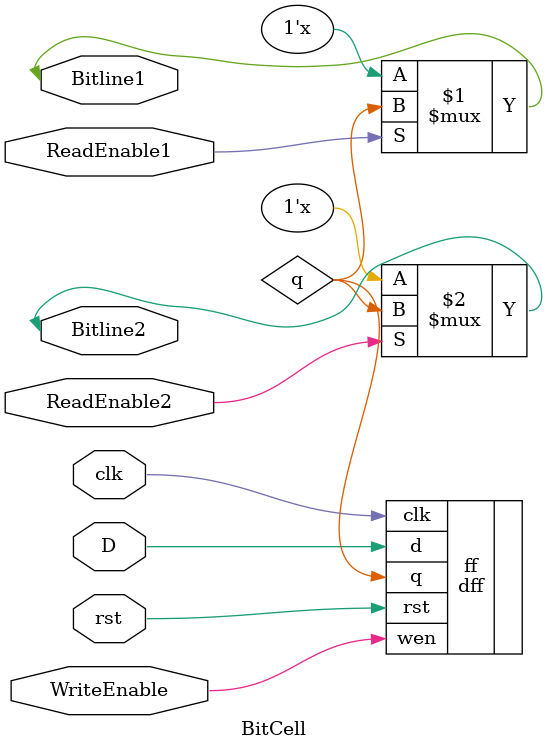
<source format=v>
module BitCell(clk, rst, D, WriteEnable, ReadEnable1, ReadEnable2, Bitline1, Bitline2); 
input clk, rst, D, WriteEnable, ReadEnable1, ReadEnable2; 
inout Bitline1, Bitline2;

wire q;

assign Bitline1 = (ReadEnable1) ? q : 1'bz;
assign Bitline2 = (ReadEnable2) ? q : 1'bz;

dff ff(.q(q), .d(D), .wen(WriteEnable), .clk(clk), .rst(rst)); 

endmodule



</source>
